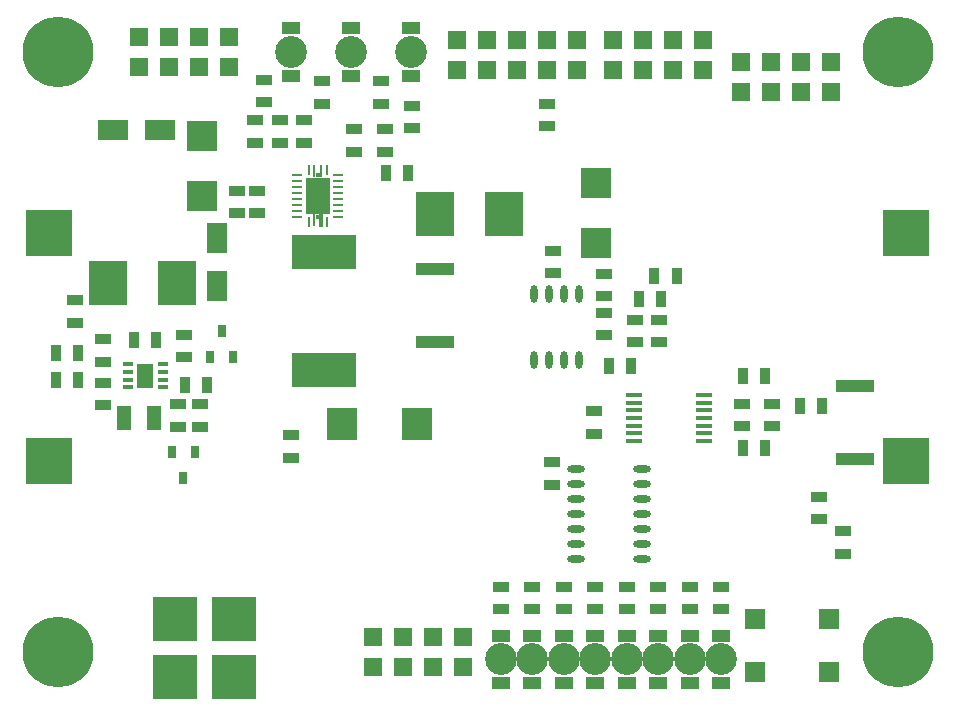
<source format=gbr>
%TF.GenerationSoftware,KiCad,Pcbnew,6.0.4-6f826c9f35~116~ubuntu20.04.1*%
%TF.CreationDate,2022-07-20T11:28:41+00:00*%
%TF.ProjectId,LION2CELL01D,4c494f4e-3243-4454-9c4c-3031442e6b69,rev?*%
%TF.SameCoordinates,Original*%
%TF.FileFunction,Soldermask,Bot*%
%TF.FilePolarity,Negative*%
%FSLAX46Y46*%
G04 Gerber Fmt 4.6, Leading zero omitted, Abs format (unit mm)*
G04 Created by KiCad (PCBNEW 6.0.4-6f826c9f35~116~ubuntu20.04.1) date 2022-07-20 11:28:41*
%MOMM*%
%LPD*%
G01*
G04 APERTURE LIST*
G04 Aperture macros list*
%AMOutline4P*
0 Free polygon, 4 corners , with rotation*
0 The origin of the aperture is its center*
0 number of corners: always 4*
0 $1 to $8 corner X, Y*
0 $9 Rotation angle, in degrees counterclockwise*
0 create outline with 4 corners*
4,1,4,$1,$2,$3,$4,$5,$6,$7,$8,$1,$2,$9*%
G04 Aperture macros list end*
%ADD10R,1.524000X1.524000*%
%ADD11R,3.810000X3.810000*%
%ADD12C,6.000000*%
%ADD13R,1.676400X1.676400*%
%ADD14R,4.000000X4.000000*%
%ADD15R,1.397000X0.889000*%
%ADD16R,0.889000X1.397000*%
%ADD17R,2.499360X1.800860*%
%ADD18R,1.800860X2.499360*%
%ADD19C,2.700000*%
%ADD20R,1.500000X1.050000*%
%ADD21R,5.500000X3.000000*%
%ADD22R,0.800100X1.000760*%
%ADD23R,3.200000X1.000000*%
%ADD24R,0.850000X0.350000*%
%ADD25R,1.400000X2.000000*%
%ADD26O,1.473200X0.609600*%
%ADD27R,1.450000X0.450000*%
%ADD28R,0.280000X0.850000*%
%ADD29R,0.850000X0.280000*%
%ADD30R,0.280000X1.125000*%
%ADD31R,0.400000X0.450000*%
%ADD32C,0.600000*%
%ADD33Outline4P,-0.562500X-0.140000X0.562500X-0.140000X0.562500X0.140000X-0.562500X0.140000X90.000000*%
%ADD34R,2.050000X3.050000*%
%ADD35R,2.499360X2.550160*%
%ADD36R,2.550160X2.700020*%
%ADD37R,3.330000X3.810000*%
%ADD38R,1.200000X2.000000*%
%ADD39O,0.609600X1.473200*%
G04 APERTURE END LIST*
D10*
%TO.C,J1*%
X19558000Y57150000D03*
X19558000Y54610000D03*
X17018000Y57150000D03*
X17018000Y54610000D03*
X14478000Y57150000D03*
X14478000Y54610000D03*
X11938000Y57150000D03*
X11938000Y54610000D03*
%TD*%
%TO.C,J2*%
X49022000Y56896000D03*
X49022000Y54356000D03*
%TD*%
%TO.C,J3*%
X38862000Y54356000D03*
X38862000Y56896000D03*
%TD*%
%TO.C,J4*%
X43942000Y54356000D03*
X43942000Y56896000D03*
%TD*%
%TO.C,J5*%
X46482000Y56896000D03*
X46482000Y54356000D03*
%TD*%
%TO.C,J6*%
X41402000Y56896000D03*
X41402000Y54356000D03*
%TD*%
%TO.C,J7*%
X31750000Y3810000D03*
X31750000Y6350000D03*
X34290000Y3810000D03*
X34290000Y6350000D03*
X36830000Y3810000D03*
X36830000Y6350000D03*
X39370000Y3810000D03*
X39370000Y6350000D03*
%TD*%
D11*
%TO.C,J9*%
X19939000Y2921000D03*
X14939000Y2921000D03*
%TD*%
D10*
%TO.C,J10*%
X62865000Y54991000D03*
X62865000Y52451000D03*
%TD*%
%TO.C,J11*%
X65405000Y54991000D03*
X65405000Y52451000D03*
%TD*%
%TO.C,J12*%
X67945000Y54991000D03*
X67945000Y52451000D03*
%TD*%
%TO.C,J13*%
X59690000Y56896000D03*
X59690000Y54356000D03*
X57150000Y56896000D03*
X57150000Y54356000D03*
X54610000Y56896000D03*
X54610000Y54356000D03*
X52070000Y56896000D03*
X52070000Y54356000D03*
%TD*%
D12*
%TO.C,P1*%
X76200000Y5080000D03*
%TD*%
%TO.C,P2*%
X5080000Y55880000D03*
%TD*%
%TO.C,P3*%
X5080000Y5080000D03*
%TD*%
%TO.C,P4*%
X76200000Y55880000D03*
%TD*%
D11*
%TO.C,J8*%
X14939000Y7874000D03*
X19939000Y7874000D03*
%TD*%
D13*
%TO.C,SW1*%
X64033000Y7838000D03*
X70333000Y7838000D03*
X64033000Y3338000D03*
X70333000Y3338000D03*
%TD*%
D10*
%TO.C,J14*%
X70485000Y54991000D03*
X70485000Y52451000D03*
%TD*%
D14*
%TO.C,BT1*%
X4326500Y40511000D03*
X76826500Y40511000D03*
X4326500Y21211000D03*
X76826500Y21211000D03*
%TD*%
D15*
%TO.C,C1*%
X8890000Y27876500D03*
X8890000Y25971500D03*
%TD*%
D16*
%TO.C,C5*%
X11493500Y31496000D03*
X13398500Y31496000D03*
%TD*%
D15*
%TO.C,C6*%
X21717000Y48196500D03*
X21717000Y50101500D03*
%TD*%
%TO.C,C7*%
X21869400Y44132500D03*
X21869400Y42227500D03*
%TD*%
%TO.C,C8*%
X15748000Y30035500D03*
X15748000Y31940500D03*
%TD*%
%TO.C,C9*%
X32766000Y47434500D03*
X32766000Y49339500D03*
%TD*%
%TO.C,C11*%
X24765000Y23431500D03*
X24765000Y21526500D03*
%TD*%
%TO.C,C12*%
X50419000Y25463500D03*
X50419000Y23558500D03*
%TD*%
%TO.C,C13*%
X62992000Y26098500D03*
X62992000Y24193500D03*
%TD*%
%TO.C,C14*%
X69469000Y18224500D03*
X69469000Y16319500D03*
%TD*%
D16*
%TO.C,C15*%
X63055500Y22352000D03*
X64960500Y22352000D03*
%TD*%
%TO.C,C16*%
X63055500Y28448000D03*
X64960500Y28448000D03*
%TD*%
D15*
%TO.C,C17*%
X53911500Y31305500D03*
X53911500Y33210500D03*
%TD*%
%TO.C,C18*%
X46863000Y21145500D03*
X46863000Y19240500D03*
%TD*%
D17*
%TO.C,D1*%
X9718040Y49276000D03*
X13716000Y49276000D03*
%TD*%
D18*
%TO.C,D2*%
X18542000Y40098980D03*
X18542000Y36101020D03*
%TD*%
D19*
%TO.C,D3*%
X24765000Y55880000D03*
D20*
X24765000Y53880000D03*
X24765000Y57880000D03*
%TD*%
D19*
%TO.C,D4*%
X29845000Y55880000D03*
D20*
X29845000Y53880000D03*
X29845000Y57880000D03*
%TD*%
D19*
%TO.C,D7*%
X42545000Y4445000D03*
D20*
X42545000Y2445000D03*
X42545000Y6445000D03*
%TD*%
D19*
%TO.C,D8*%
X45212000Y4445000D03*
D20*
X45212000Y2445000D03*
X45212000Y6445000D03*
%TD*%
D19*
%TO.C,D9*%
X47879000Y4445000D03*
D20*
X47879000Y2445000D03*
X47879000Y6445000D03*
%TD*%
D19*
%TO.C,D10*%
X50546000Y4445000D03*
D20*
X50546000Y2445000D03*
X50546000Y6445000D03*
%TD*%
D19*
%TO.C,D11*%
X53213000Y4445000D03*
D20*
X53213000Y2445000D03*
X53213000Y6445000D03*
%TD*%
D19*
%TO.C,D12*%
X55880000Y4445000D03*
D20*
X55880000Y2445000D03*
X55880000Y6445000D03*
%TD*%
D19*
%TO.C,D13*%
X58547000Y4445000D03*
D20*
X58547000Y2445000D03*
X58547000Y6445000D03*
%TD*%
D21*
%TO.C,L1*%
X27559000Y38909000D03*
X27559000Y28909000D03*
%TD*%
D22*
%TO.C,Q1*%
X18923000Y32214820D03*
X19875500Y30015180D03*
X17970500Y30015180D03*
%TD*%
D15*
%TO.C,R1*%
X6477000Y32956500D03*
X6477000Y34861500D03*
%TD*%
D16*
%TO.C,R3*%
X6794500Y30353000D03*
X4889500Y30353000D03*
%TD*%
D15*
%TO.C,R5*%
X35052000Y51308000D03*
X35052000Y49403000D03*
%TD*%
%TO.C,R6*%
X22479000Y51625500D03*
X22479000Y53530500D03*
%TD*%
%TO.C,R7*%
X27432000Y51498500D03*
X27432000Y53403500D03*
%TD*%
%TO.C,R8*%
X32385000Y51498500D03*
X32385000Y53403500D03*
%TD*%
D16*
%TO.C,R9*%
X15811500Y27686000D03*
X17716500Y27686000D03*
%TD*%
D15*
%TO.C,R10*%
X17081500Y26035000D03*
X17081500Y24130000D03*
%TD*%
%TO.C,R11*%
X25908000Y48196500D03*
X25908000Y50101500D03*
%TD*%
%TO.C,R12*%
X23876000Y48196500D03*
X23876000Y50101500D03*
%TD*%
D16*
%TO.C,R13*%
X32829500Y45593000D03*
X34734500Y45593000D03*
%TD*%
D23*
%TO.C,R16*%
X36957000Y37517000D03*
X36957000Y31317000D03*
%TD*%
D15*
%TO.C,R18*%
X65532000Y24193500D03*
X65532000Y26098500D03*
%TD*%
D16*
%TO.C,R19*%
X69786500Y25908000D03*
X67881500Y25908000D03*
%TD*%
D15*
%TO.C,R20*%
X71501000Y13398500D03*
X71501000Y15303500D03*
%TD*%
%TO.C,R21*%
X15240000Y24130000D03*
X15240000Y26035000D03*
%TD*%
%TO.C,R23*%
X55943500Y33210500D03*
X55943500Y31305500D03*
%TD*%
D16*
%TO.C,R24*%
X51689000Y29273500D03*
X53594000Y29273500D03*
%TD*%
D15*
%TO.C,R25*%
X51308000Y35179000D03*
X51308000Y37084000D03*
%TD*%
%TO.C,R26*%
X51308000Y31877000D03*
X51308000Y33782000D03*
%TD*%
%TO.C,R27*%
X42545000Y8699500D03*
X42545000Y10604500D03*
%TD*%
%TO.C,R28*%
X45212000Y8699500D03*
X45212000Y10604500D03*
%TD*%
%TO.C,R29*%
X47879000Y8699500D03*
X47879000Y10604500D03*
%TD*%
%TO.C,R30*%
X50546000Y8699500D03*
X50546000Y10604500D03*
%TD*%
%TO.C,R31*%
X53213000Y8699500D03*
X53213000Y10604500D03*
%TD*%
%TO.C,R32*%
X55880000Y8699500D03*
X55880000Y10604500D03*
%TD*%
%TO.C,R33*%
X58547000Y8699500D03*
X58547000Y10604500D03*
%TD*%
D24*
%TO.C,U1*%
X10971000Y27473000D03*
X10971000Y28123000D03*
X10971000Y28773000D03*
X10971000Y29423000D03*
X13921000Y29423000D03*
X13921000Y28773000D03*
X13921000Y28123000D03*
X13921000Y27473000D03*
D25*
X12446000Y28448000D03*
%TD*%
D26*
%TO.C,U4*%
X48895000Y12954000D03*
X48895000Y14224000D03*
X48895000Y15494000D03*
X48895000Y16764000D03*
X48895000Y18034000D03*
X48895000Y19304000D03*
X48895000Y20574000D03*
X54483000Y20574000D03*
X54483000Y19304000D03*
X54483000Y18034000D03*
X54483000Y16764000D03*
X54483000Y15494000D03*
X54483000Y14224000D03*
X54483000Y12954000D03*
%TD*%
D27*
%TO.C,U3*%
X53819000Y22942000D03*
X53819000Y23592000D03*
X53819000Y24242000D03*
X53819000Y24892000D03*
X53819000Y25542000D03*
X53819000Y26192000D03*
X53819000Y26842000D03*
X59719000Y26842000D03*
X59719000Y26192000D03*
X59719000Y25542000D03*
X59719000Y24892000D03*
X59719000Y24242000D03*
X59719000Y23592000D03*
X59719000Y22942000D03*
%TD*%
D15*
%TO.C,R4*%
X46482000Y51498500D03*
X46482000Y49593500D03*
%TD*%
%TO.C,R14*%
X30099000Y49339500D03*
X30099000Y47434500D03*
%TD*%
D28*
%TO.C,U2*%
X26301000Y41463000D03*
D29*
X25326000Y41938000D03*
X25326000Y42438000D03*
X25326000Y42938000D03*
X25326000Y43438000D03*
X25326000Y43938000D03*
X25326000Y44438000D03*
X25326000Y44938000D03*
X25326000Y45438000D03*
D28*
X26301000Y45913000D03*
X27801000Y45913000D03*
D29*
X28776000Y45438000D03*
X28776000Y44938000D03*
X28776000Y44438000D03*
X28776000Y43938000D03*
X28776000Y43438000D03*
X28776000Y42938000D03*
X28776000Y42438000D03*
X28776000Y41938000D03*
D28*
X27801000Y41463000D03*
D30*
X26751000Y45763000D03*
X27351000Y45763000D03*
D31*
X27051000Y45438000D03*
D32*
X27686000Y42545000D03*
X27686000Y44831000D03*
D33*
X27351000Y41613000D03*
D31*
X27051000Y41938000D03*
D34*
X27051000Y43688000D03*
D32*
X26416000Y42545000D03*
D30*
X26751000Y41613000D03*
D32*
X26416000Y44831000D03*
X27051000Y43688000D03*
%TD*%
D19*
%TO.C,D5*%
X34925000Y55880000D03*
D20*
X34925000Y53880000D03*
X34925000Y57880000D03*
%TD*%
D15*
%TO.C,C4*%
X8890000Y31559500D03*
X8890000Y29654500D03*
%TD*%
%TO.C,C3*%
X20193000Y44132500D03*
X20193000Y42227500D03*
%TD*%
D35*
%TO.C,C2*%
X17272000Y48768000D03*
X17272000Y43718480D03*
%TD*%
D36*
%TO.C,C10*%
X29083000Y24384000D03*
X35433000Y24384000D03*
%TD*%
D16*
%TO.C,R2*%
X6794500Y28067000D03*
X4889500Y28067000D03*
%TD*%
D19*
%TO.C,D14*%
X61214000Y4445000D03*
D20*
X61214000Y2445000D03*
X61214000Y6445000D03*
%TD*%
D15*
%TO.C,R34*%
X61214000Y8699500D03*
X61214000Y10604500D03*
%TD*%
D37*
%TO.C,F1*%
X9282000Y36322000D03*
X15102000Y36322000D03*
%TD*%
%TO.C,F3*%
X36968000Y42164000D03*
X42788000Y42164000D03*
%TD*%
D38*
%TO.C,J15*%
X13208000Y24892000D03*
X10668000Y24892000D03*
%TD*%
D15*
%TO.C,C19*%
X46990000Y37147500D03*
X46990000Y39052500D03*
%TD*%
D35*
%TO.C,C20*%
X50609500Y39702740D03*
X50609500Y44752260D03*
%TD*%
D39*
%TO.C,U5*%
X49212500Y29781500D03*
X47942500Y29781500D03*
X46672500Y29781500D03*
X45402500Y29781500D03*
X45402500Y35369500D03*
X46672500Y35369500D03*
X47942500Y35369500D03*
X49212500Y35369500D03*
%TD*%
D16*
%TO.C,R35*%
X56134000Y34988500D03*
X54229000Y34988500D03*
%TD*%
%TO.C,R36*%
X57467500Y36893500D03*
X55562500Y36893500D03*
%TD*%
D22*
%TO.C,U6*%
X14732000Y21991320D03*
X16637000Y21991320D03*
X15684500Y19791680D03*
%TD*%
D23*
%TO.C,R22*%
X72517000Y21411000D03*
X72517000Y27611000D03*
%TD*%
M02*

</source>
